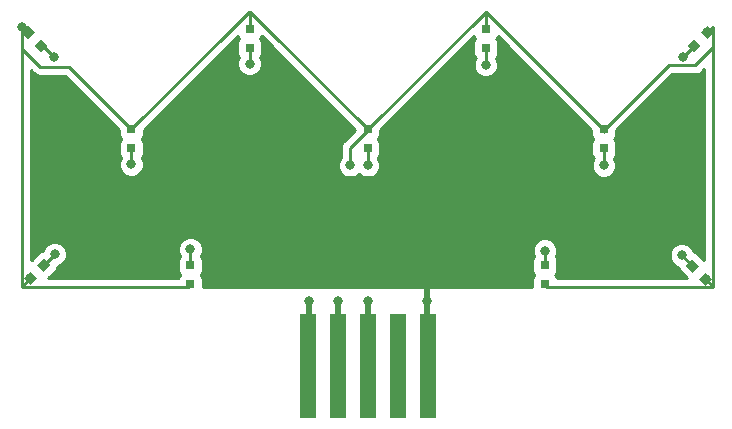
<source format=gtl>
G04 #@! TF.GenerationSoftware,KiCad,Pcbnew,(5.0.2)-1*
G04 #@! TF.CreationDate,2019-11-13T22:38:42+09:00*
G04 #@! TF.ProjectId,Grass,47726173-732e-46b6-9963-61645f706362,rev?*
G04 #@! TF.SameCoordinates,Original*
G04 #@! TF.FileFunction,Copper,L1,Top*
G04 #@! TF.FilePolarity,Positive*
%FSLAX46Y46*%
G04 Gerber Fmt 4.6, Leading zero omitted, Abs format (unit mm)*
G04 Created by KiCad (PCBNEW (5.0.2)-1) date 2019/11/13 22:38:42*
%MOMM*%
%LPD*%
G01*
G04 APERTURE LIST*
G04 #@! TA.AperFunction,SMDPad,CuDef*
%ADD10R,0.800000X0.800000*%
G04 #@! TD*
G04 #@! TA.AperFunction,SMDPad,CuDef*
%ADD11C,0.800000*%
G04 #@! TD*
G04 #@! TA.AperFunction,Conductor*
%ADD12C,0.100000*%
G04 #@! TD*
G04 #@! TA.AperFunction,ConnectorPad*
%ADD13R,1.470000X8.890000*%
G04 #@! TD*
G04 #@! TA.AperFunction,ViaPad*
%ADD14C,0.800000*%
G04 #@! TD*
G04 #@! TA.AperFunction,Conductor*
%ADD15C,0.500000*%
G04 #@! TD*
G04 #@! TA.AperFunction,Conductor*
%ADD16C,0.250000*%
G04 #@! TD*
G04 #@! TA.AperFunction,Conductor*
%ADD17C,0.254000*%
G04 #@! TD*
G04 APERTURE END LIST*
D10*
G04 #@! TO.P,D1,2*
G04 #@! TO.N,Net-(D1-Pad2)*
X115000000Y-147450000D03*
G04 #@! TO.P,D1,1*
G04 #@! TO.N,Net-(D1-Pad1)*
X115000000Y-149050000D03*
G04 #@! TD*
D11*
G04 #@! TO.P,D2,1*
G04 #@! TO.N,Net-(D1-Pad1)*
X101434315Y-148565685D03*
D12*
G04 #@! TD*
G04 #@! TO.N,Net-(D1-Pad1)*
G04 #@! TO.C,D2*
G36*
X101434315Y-149131370D02*
X100868630Y-148565685D01*
X101434315Y-148000000D01*
X102000000Y-148565685D01*
X101434315Y-149131370D01*
X101434315Y-149131370D01*
G37*
D11*
G04 #@! TO.P,D2,2*
G04 #@! TO.N,Net-(D2-Pad2)*
X102565685Y-147434315D03*
D12*
G04 #@! TD*
G04 #@! TO.N,Net-(D2-Pad2)*
G04 #@! TO.C,D2*
G36*
X102565685Y-148000000D02*
X102000000Y-147434315D01*
X102565685Y-146868630D01*
X103131370Y-147434315D01*
X102565685Y-148000000D01*
X102565685Y-148000000D01*
G37*
D11*
G04 #@! TO.P,D3,2*
G04 #@! TO.N,Net-(D3-Pad2)*
X102365685Y-128865685D03*
D12*
G04 #@! TD*
G04 #@! TO.N,Net-(D3-Pad2)*
G04 #@! TO.C,D3*
G36*
X101800000Y-128865685D02*
X102365685Y-128300000D01*
X102931370Y-128865685D01*
X102365685Y-129431370D01*
X101800000Y-128865685D01*
X101800000Y-128865685D01*
G37*
D11*
G04 #@! TO.P,D3,1*
G04 #@! TO.N,Net-(D1-Pad1)*
X101234315Y-127734315D03*
D12*
G04 #@! TD*
G04 #@! TO.N,Net-(D1-Pad1)*
G04 #@! TO.C,D3*
G36*
X100668630Y-127734315D02*
X101234315Y-127168630D01*
X101800000Y-127734315D01*
X101234315Y-128300000D01*
X100668630Y-127734315D01*
X100668630Y-127734315D01*
G37*
D10*
G04 #@! TO.P,D4,1*
G04 #@! TO.N,Net-(D1-Pad1)*
X110000000Y-135950000D03*
G04 #@! TO.P,D4,2*
G04 #@! TO.N,Net-(D4-Pad2)*
X110000000Y-137550000D03*
G04 #@! TD*
G04 #@! TO.P,D5,2*
G04 #@! TO.N,Net-(D5-Pad2)*
X120000000Y-129050000D03*
G04 #@! TO.P,D5,1*
G04 #@! TO.N,Net-(D1-Pad1)*
X120000000Y-127450000D03*
G04 #@! TD*
G04 #@! TO.P,D7,2*
G04 #@! TO.N,Net-(D7-Pad2)*
X140000000Y-129050000D03*
G04 #@! TO.P,D7,1*
G04 #@! TO.N,Net-(D1-Pad1)*
X140000000Y-127450000D03*
G04 #@! TD*
G04 #@! TO.P,D8,1*
G04 #@! TO.N,Net-(D1-Pad1)*
X150000000Y-135950000D03*
G04 #@! TO.P,D8,2*
G04 #@! TO.N,Net-(D8-Pad2)*
X150000000Y-137550000D03*
G04 #@! TD*
D11*
G04 #@! TO.P,D9,1*
G04 #@! TO.N,Net-(D1-Pad1)*
X158765685Y-127734315D03*
D12*
G04 #@! TD*
G04 #@! TO.N,Net-(D1-Pad1)*
G04 #@! TO.C,D9*
G36*
X158765685Y-127168630D02*
X159331370Y-127734315D01*
X158765685Y-128300000D01*
X158200000Y-127734315D01*
X158765685Y-127168630D01*
X158765685Y-127168630D01*
G37*
D11*
G04 #@! TO.P,D9,2*
G04 #@! TO.N,Net-(D9-Pad2)*
X157634315Y-128865685D03*
D12*
G04 #@! TD*
G04 #@! TO.N,Net-(D9-Pad2)*
G04 #@! TO.C,D9*
G36*
X157634315Y-128300000D02*
X158200000Y-128865685D01*
X157634315Y-129431370D01*
X157068630Y-128865685D01*
X157634315Y-128300000D01*
X157634315Y-128300000D01*
G37*
D11*
G04 #@! TO.P,D10,2*
G04 #@! TO.N,Net-(D10-Pad2)*
X157500000Y-147500000D03*
D12*
G04 #@! TD*
G04 #@! TO.N,Net-(D10-Pad2)*
G04 #@! TO.C,D10*
G36*
X158065685Y-147500000D02*
X157500000Y-148065685D01*
X156934315Y-147500000D01*
X157500000Y-146934315D01*
X158065685Y-147500000D01*
X158065685Y-147500000D01*
G37*
D11*
G04 #@! TO.P,D10,1*
G04 #@! TO.N,Net-(D1-Pad1)*
X158631370Y-148631370D03*
D12*
G04 #@! TD*
G04 #@! TO.N,Net-(D1-Pad1)*
G04 #@! TO.C,D10*
G36*
X159197055Y-148631370D02*
X158631370Y-149197055D01*
X158065685Y-148631370D01*
X158631370Y-148065685D01*
X159197055Y-148631370D01*
X159197055Y-148631370D01*
G37*
D10*
G04 #@! TO.P,D11,1*
G04 #@! TO.N,Net-(D1-Pad1)*
X145000000Y-149050000D03*
G04 #@! TO.P,D11,2*
G04 #@! TO.N,Net-(D11-Pad2)*
X145000000Y-147450000D03*
G04 #@! TD*
G04 #@! TO.P,D6,1*
G04 #@! TO.N,Net-(D1-Pad1)*
X130000000Y-135950000D03*
G04 #@! TO.P,D6,2*
G04 #@! TO.N,Net-(D6-Pad2)*
X130000000Y-137550000D03*
G04 #@! TD*
D13*
G04 #@! TO.P,J1,1*
G04 #@! TO.N,+5V*
X124920000Y-156000000D03*
G04 #@! TO.P,J1,2*
G04 #@! TO.N,SDA*
X127460000Y-156000000D03*
G04 #@! TO.P,J1,3*
G04 #@! TO.N,SCL*
X130000000Y-156000000D03*
G04 #@! TO.P,J1,4*
G04 #@! TO.N,Net-(J1-Pad4)*
X132540000Y-156000000D03*
G04 #@! TO.P,J1,5*
G04 #@! TO.N,GND*
X135080000Y-156000000D03*
G04 #@! TD*
D14*
G04 #@! TO.N,+5V*
X125000000Y-150500000D03*
G04 #@! TO.N,GND*
X116400000Y-149000000D03*
X121750000Y-130400000D03*
X138250000Y-130500000D03*
X135000000Y-150500000D03*
G04 #@! TO.N,Net-(D1-Pad1)*
X100750000Y-127250000D03*
X128500000Y-139000000D03*
G04 #@! TO.N,Net-(D1-Pad2)*
X115000000Y-146100000D03*
G04 #@! TO.N,Net-(D2-Pad2)*
X103500000Y-146500000D03*
G04 #@! TO.N,Net-(D3-Pad2)*
X103450000Y-129800000D03*
G04 #@! TO.N,Net-(D4-Pad2)*
X110000000Y-138900000D03*
G04 #@! TO.N,Net-(D5-Pad2)*
X120000000Y-130400000D03*
G04 #@! TO.N,Net-(D6-Pad2)*
X130000000Y-139000000D03*
G04 #@! TO.N,Net-(D7-Pad2)*
X140000000Y-130500000D03*
G04 #@! TO.N,Net-(D8-Pad2)*
X150000000Y-139000000D03*
G04 #@! TO.N,Net-(D9-Pad2)*
X156700000Y-129800000D03*
G04 #@! TO.N,Net-(D10-Pad2)*
X156600000Y-146600000D03*
G04 #@! TO.N,Net-(D11-Pad2)*
X145000000Y-146200000D03*
G04 #@! TO.N,SCL*
X130000000Y-150500000D03*
G04 #@! TO.N,SDA*
X127500000Y-150500000D03*
G04 #@! TD*
D15*
G04 #@! TO.N,+5V*
X125000000Y-155920000D02*
X124920000Y-156000000D01*
X125000000Y-150500000D02*
X125000000Y-155920000D01*
D16*
G04 #@! TO.N,GND*
X127250000Y-140000000D02*
X130500000Y-140000000D01*
X121750000Y-134500000D02*
X127250000Y-140000000D01*
X130500000Y-140000000D02*
X132750000Y-140000000D01*
X132750000Y-140000000D02*
X138250000Y-134500000D01*
X121750000Y-130965685D02*
X121750000Y-134500000D01*
X121750000Y-130400000D02*
X121750000Y-130965685D01*
X138250000Y-134500000D02*
X138250000Y-130500000D01*
X137500000Y-135250000D02*
X137500000Y-147500000D01*
X135000000Y-148500000D02*
X135500000Y-148000000D01*
X135500000Y-148000000D02*
X137000000Y-148000000D01*
X137000000Y-148000000D02*
X137500000Y-147500000D01*
X138250000Y-134500000D02*
X137500000Y-135250000D01*
D15*
X135000000Y-148500000D02*
X135000000Y-149500000D01*
X135000000Y-149500000D02*
X135000000Y-150500000D01*
X135000000Y-155920000D02*
X135080000Y-156000000D01*
X135000000Y-150500000D02*
X135000000Y-155920000D01*
D16*
X116400000Y-148434315D02*
X116400000Y-149000000D01*
X119000000Y-145834315D02*
X116400000Y-148434315D01*
X119000000Y-137250000D02*
X119000000Y-145834315D01*
X121750000Y-134500000D02*
X119000000Y-137250000D01*
G04 #@! TO.N,Net-(D1-Pad1)*
X121500000Y-127450000D02*
X130000000Y-135950000D01*
X157724999Y-130525001D02*
X155674999Y-130525001D01*
X159250000Y-129000000D02*
X157724999Y-130525001D01*
X159250000Y-148012740D02*
X159250000Y-129000000D01*
X100750000Y-128700000D02*
X100750000Y-129100000D01*
X100750000Y-128700000D02*
X100750000Y-128352945D01*
X100750000Y-147881370D02*
X100750000Y-128700000D01*
X100750000Y-129100000D02*
X102300000Y-130650000D01*
X102300000Y-130650000D02*
X104700000Y-130650000D01*
X104700000Y-130650000D02*
X109250000Y-135200000D01*
X109250000Y-135200000D02*
X110000000Y-135950000D01*
X130000000Y-136000000D02*
X130000000Y-135950000D01*
X128500000Y-137500000D02*
X130000000Y-136000000D01*
X118500000Y-127450000D02*
X110000000Y-135950000D01*
X120000000Y-127450000D02*
X120000000Y-126000000D01*
X120050000Y-126000000D02*
X121500000Y-127450000D01*
X120000000Y-126000000D02*
X120050000Y-126000000D01*
X119950000Y-126000000D02*
X118500000Y-127450000D01*
X120000000Y-126000000D02*
X119950000Y-126000000D01*
X140000000Y-126800000D02*
X140000000Y-127450000D01*
X140000000Y-126000000D02*
X140000000Y-126800000D01*
X130000000Y-135950000D02*
X130050000Y-135950000D01*
X130050000Y-135950000D02*
X140000000Y-126000000D01*
X140000000Y-126000000D02*
X150000000Y-136000000D01*
X155674999Y-130525001D02*
X155474999Y-130525001D01*
X155474999Y-130525001D02*
X153500000Y-132500000D01*
X153500000Y-132500000D02*
X150250000Y-135750000D01*
X150000000Y-136000000D02*
X150000000Y-136200000D01*
X150250000Y-135750000D02*
X150000000Y-136000000D01*
X159250000Y-127250000D02*
X158765685Y-127734315D01*
X159250000Y-129000000D02*
X159250000Y-127250000D01*
X100750000Y-128352945D02*
X100750000Y-127250000D01*
X100750000Y-147881370D02*
X100750000Y-149250000D01*
X100750000Y-149250000D02*
X101434315Y-148565685D01*
X159250000Y-149250000D02*
X159250000Y-148012740D01*
X159250000Y-149250000D02*
X158631370Y-148631370D01*
X114800000Y-149250000D02*
X115000000Y-149050000D01*
X100750000Y-149250000D02*
X114800000Y-149250000D01*
X145200000Y-149250000D02*
X145000000Y-149050000D01*
X159250000Y-149250000D02*
X145200000Y-149250000D01*
X101234315Y-127734315D02*
X100750000Y-127250000D01*
X128500000Y-139000000D02*
X128500000Y-137500000D01*
G04 #@! TO.N,Net-(D1-Pad2)*
X115000000Y-147450000D02*
X115000000Y-146100000D01*
G04 #@! TO.N,Net-(D2-Pad2)*
X102565685Y-147434315D02*
X103500000Y-146500000D01*
G04 #@! TO.N,Net-(D3-Pad2)*
X102500000Y-128865685D02*
X102515685Y-128865685D01*
X102515685Y-128865685D02*
X103450000Y-129800000D01*
G04 #@! TO.N,Net-(D4-Pad2)*
X110000000Y-137550000D02*
X110000000Y-138900000D01*
G04 #@! TO.N,Net-(D5-Pad2)*
X120000000Y-129050000D02*
X120000000Y-130400000D01*
G04 #@! TO.N,Net-(D6-Pad2)*
X130000000Y-137550000D02*
X130000000Y-139000000D01*
G04 #@! TO.N,Net-(D7-Pad2)*
X140000000Y-129050000D02*
X140000000Y-130500000D01*
G04 #@! TO.N,Net-(D8-Pad2)*
X150000000Y-139000000D02*
X150000000Y-137550000D01*
G04 #@! TO.N,Net-(D9-Pad2)*
X157634315Y-128865685D02*
X156700000Y-129800000D01*
G04 #@! TO.N,Net-(D10-Pad2)*
X157500000Y-147500000D02*
X156600000Y-146600000D01*
G04 #@! TO.N,Net-(D11-Pad2)*
X145000000Y-147450000D02*
X145000000Y-146200000D01*
D15*
G04 #@! TO.N,SCL*
X130000000Y-150500000D02*
X130000000Y-156000000D01*
G04 #@! TO.N,SDA*
X127500000Y-155960000D02*
X127460000Y-156000000D01*
X127500000Y-150500000D02*
X127500000Y-155960000D01*
G04 #@! TO.N,Net-(J1-Pad4)*
X132500000Y-155960000D02*
X132540000Y-156000000D01*
G04 #@! TD*
D17*
G04 #@! TO.N,GND*
G36*
X121015527Y-128040329D02*
X121015530Y-128040331D01*
X128950198Y-135975000D01*
X128015528Y-136909671D01*
X127952072Y-136952071D01*
X127909672Y-137015527D01*
X127909671Y-137015528D01*
X127784097Y-137203463D01*
X127725112Y-137500000D01*
X127740001Y-137574851D01*
X127740000Y-138296289D01*
X127622569Y-138413720D01*
X127465000Y-138794126D01*
X127465000Y-139205874D01*
X127622569Y-139586280D01*
X127913720Y-139877431D01*
X128294126Y-140035000D01*
X128705874Y-140035000D01*
X129086280Y-139877431D01*
X129250000Y-139713711D01*
X129413720Y-139877431D01*
X129794126Y-140035000D01*
X130205874Y-140035000D01*
X130586280Y-139877431D01*
X130877431Y-139586280D01*
X131035000Y-139205874D01*
X131035000Y-138794126D01*
X130877431Y-138413720D01*
X130863301Y-138399590D01*
X130998157Y-138197765D01*
X131047440Y-137950000D01*
X131047440Y-137150000D01*
X130998157Y-136902235D01*
X130896436Y-136750000D01*
X130998157Y-136597765D01*
X131047440Y-136350000D01*
X131047440Y-136027361D01*
X138997727Y-128077074D01*
X139001843Y-128097765D01*
X139103564Y-128250000D01*
X139001843Y-128402235D01*
X138952560Y-128650000D01*
X138952560Y-129450000D01*
X139001843Y-129697765D01*
X139136699Y-129899590D01*
X139122569Y-129913720D01*
X138965000Y-130294126D01*
X138965000Y-130705874D01*
X139122569Y-131086280D01*
X139413720Y-131377431D01*
X139794126Y-131535000D01*
X140205874Y-131535000D01*
X140586280Y-131377431D01*
X140877431Y-131086280D01*
X141035000Y-130705874D01*
X141035000Y-130294126D01*
X140877431Y-129913720D01*
X140863301Y-129899590D01*
X140998157Y-129697765D01*
X141047440Y-129450000D01*
X141047440Y-128650000D01*
X140998157Y-128402235D01*
X140896436Y-128250000D01*
X140998157Y-128097765D01*
X141002273Y-128077074D01*
X148952560Y-136027362D01*
X148952560Y-136350000D01*
X149001843Y-136597765D01*
X149103564Y-136750000D01*
X149001843Y-136902235D01*
X148952560Y-137150000D01*
X148952560Y-137950000D01*
X149001843Y-138197765D01*
X149136699Y-138399590D01*
X149122569Y-138413720D01*
X148965000Y-138794126D01*
X148965000Y-139205874D01*
X149122569Y-139586280D01*
X149413720Y-139877431D01*
X149794126Y-140035000D01*
X150205874Y-140035000D01*
X150586280Y-139877431D01*
X150877431Y-139586280D01*
X151035000Y-139205874D01*
X151035000Y-138794126D01*
X150877431Y-138413720D01*
X150863301Y-138399590D01*
X150998157Y-138197765D01*
X151047440Y-137950000D01*
X151047440Y-137150000D01*
X150998157Y-136902235D01*
X150896436Y-136750000D01*
X150998157Y-136597765D01*
X151047440Y-136350000D01*
X151047440Y-136027361D01*
X154090329Y-132984473D01*
X154090331Y-132984470D01*
X155789802Y-131285001D01*
X157650152Y-131285001D01*
X157724999Y-131299889D01*
X157799846Y-131285001D01*
X157799851Y-131285001D01*
X158021536Y-131240905D01*
X158272928Y-131072930D01*
X158315330Y-131009471D01*
X158490001Y-130834800D01*
X158490000Y-147008697D01*
X157957809Y-146476506D01*
X157747765Y-146336158D01*
X157598708Y-146306509D01*
X157477431Y-146013720D01*
X157186280Y-145722569D01*
X156805874Y-145565000D01*
X156394126Y-145565000D01*
X156013720Y-145722569D01*
X155722569Y-146013720D01*
X155565000Y-146394126D01*
X155565000Y-146805874D01*
X155722569Y-147186280D01*
X156013720Y-147477431D01*
X156306509Y-147598708D01*
X156336158Y-147747765D01*
X156476506Y-147957809D01*
X157008697Y-148490000D01*
X146015614Y-148490000D01*
X145998157Y-148402235D01*
X145896436Y-148250000D01*
X145998157Y-148097765D01*
X146047440Y-147850000D01*
X146047440Y-147050000D01*
X145998157Y-146802235D01*
X145919551Y-146684593D01*
X146035000Y-146405874D01*
X146035000Y-145994126D01*
X145877431Y-145613720D01*
X145586280Y-145322569D01*
X145205874Y-145165000D01*
X144794126Y-145165000D01*
X144413720Y-145322569D01*
X144122569Y-145613720D01*
X143965000Y-145994126D01*
X143965000Y-146405874D01*
X144080449Y-146684593D01*
X144001843Y-146802235D01*
X143952560Y-147050000D01*
X143952560Y-147850000D01*
X144001843Y-148097765D01*
X144103564Y-148250000D01*
X144001843Y-148402235D01*
X143952560Y-148650000D01*
X143952560Y-149290000D01*
X140059576Y-149290000D01*
X140048601Y-149282667D01*
X140000000Y-149273000D01*
X120000000Y-149273000D01*
X119951399Y-149282667D01*
X119940424Y-149290000D01*
X116047440Y-149290000D01*
X116047440Y-148650000D01*
X115998157Y-148402235D01*
X115896436Y-148250000D01*
X115998157Y-148097765D01*
X116047440Y-147850000D01*
X116047440Y-147050000D01*
X115998157Y-146802235D01*
X115893981Y-146646325D01*
X116035000Y-146305874D01*
X116035000Y-145894126D01*
X115877431Y-145513720D01*
X115586280Y-145222569D01*
X115205874Y-145065000D01*
X114794126Y-145065000D01*
X114413720Y-145222569D01*
X114122569Y-145513720D01*
X113965000Y-145894126D01*
X113965000Y-146305874D01*
X114106019Y-146646325D01*
X114001843Y-146802235D01*
X113952560Y-147050000D01*
X113952560Y-147850000D01*
X114001843Y-148097765D01*
X114103564Y-148250000D01*
X114001843Y-148402235D01*
X113984386Y-148490000D01*
X102975317Y-148490000D01*
X103023494Y-148457809D01*
X103589179Y-147892124D01*
X103729527Y-147682080D01*
X103763533Y-147511117D01*
X104086280Y-147377431D01*
X104377431Y-147086280D01*
X104535000Y-146705874D01*
X104535000Y-146294126D01*
X104377431Y-145913720D01*
X104086280Y-145622569D01*
X103705874Y-145465000D01*
X103294126Y-145465000D01*
X102913720Y-145622569D01*
X102622569Y-145913720D01*
X102488883Y-146236467D01*
X102317920Y-146270473D01*
X102107876Y-146410821D01*
X101542191Y-146976506D01*
X101510000Y-147024683D01*
X101510000Y-130934802D01*
X101709670Y-131134472D01*
X101752071Y-131197929D01*
X102003463Y-131365904D01*
X102225148Y-131410000D01*
X102225152Y-131410000D01*
X102299999Y-131424888D01*
X102374846Y-131410000D01*
X104385199Y-131410000D01*
X108765527Y-135790329D01*
X108765530Y-135790331D01*
X108952560Y-135977361D01*
X108952560Y-136350000D01*
X109001843Y-136597765D01*
X109103564Y-136750000D01*
X109001843Y-136902235D01*
X108952560Y-137150000D01*
X108952560Y-137950000D01*
X109001843Y-138197765D01*
X109106019Y-138353675D01*
X108965000Y-138694126D01*
X108965000Y-139105874D01*
X109122569Y-139486280D01*
X109413720Y-139777431D01*
X109794126Y-139935000D01*
X110205874Y-139935000D01*
X110586280Y-139777431D01*
X110877431Y-139486280D01*
X111035000Y-139105874D01*
X111035000Y-138694126D01*
X110893981Y-138353675D01*
X110998157Y-138197765D01*
X111047440Y-137950000D01*
X111047440Y-137150000D01*
X110998157Y-136902235D01*
X110896436Y-136750000D01*
X110998157Y-136597765D01*
X111047440Y-136350000D01*
X111047440Y-135977361D01*
X118989432Y-128035370D01*
X119001843Y-128097765D01*
X119103564Y-128250000D01*
X119001843Y-128402235D01*
X118952560Y-128650000D01*
X118952560Y-129450000D01*
X119001843Y-129697765D01*
X119106019Y-129853675D01*
X118965000Y-130194126D01*
X118965000Y-130605874D01*
X119122569Y-130986280D01*
X119413720Y-131277431D01*
X119794126Y-131435000D01*
X120205874Y-131435000D01*
X120586280Y-131277431D01*
X120877431Y-130986280D01*
X121035000Y-130605874D01*
X121035000Y-130194126D01*
X120893981Y-129853675D01*
X120998157Y-129697765D01*
X121047440Y-129450000D01*
X121047440Y-128650000D01*
X120998157Y-128402235D01*
X120896436Y-128250000D01*
X120998157Y-128097765D01*
X121010568Y-128035370D01*
X121015527Y-128040329D01*
X121015527Y-128040329D01*
G37*
X121015527Y-128040329D02*
X121015530Y-128040331D01*
X128950198Y-135975000D01*
X128015528Y-136909671D01*
X127952072Y-136952071D01*
X127909672Y-137015527D01*
X127909671Y-137015528D01*
X127784097Y-137203463D01*
X127725112Y-137500000D01*
X127740001Y-137574851D01*
X127740000Y-138296289D01*
X127622569Y-138413720D01*
X127465000Y-138794126D01*
X127465000Y-139205874D01*
X127622569Y-139586280D01*
X127913720Y-139877431D01*
X128294126Y-140035000D01*
X128705874Y-140035000D01*
X129086280Y-139877431D01*
X129250000Y-139713711D01*
X129413720Y-139877431D01*
X129794126Y-140035000D01*
X130205874Y-140035000D01*
X130586280Y-139877431D01*
X130877431Y-139586280D01*
X131035000Y-139205874D01*
X131035000Y-138794126D01*
X130877431Y-138413720D01*
X130863301Y-138399590D01*
X130998157Y-138197765D01*
X131047440Y-137950000D01*
X131047440Y-137150000D01*
X130998157Y-136902235D01*
X130896436Y-136750000D01*
X130998157Y-136597765D01*
X131047440Y-136350000D01*
X131047440Y-136027361D01*
X138997727Y-128077074D01*
X139001843Y-128097765D01*
X139103564Y-128250000D01*
X139001843Y-128402235D01*
X138952560Y-128650000D01*
X138952560Y-129450000D01*
X139001843Y-129697765D01*
X139136699Y-129899590D01*
X139122569Y-129913720D01*
X138965000Y-130294126D01*
X138965000Y-130705874D01*
X139122569Y-131086280D01*
X139413720Y-131377431D01*
X139794126Y-131535000D01*
X140205874Y-131535000D01*
X140586280Y-131377431D01*
X140877431Y-131086280D01*
X141035000Y-130705874D01*
X141035000Y-130294126D01*
X140877431Y-129913720D01*
X140863301Y-129899590D01*
X140998157Y-129697765D01*
X141047440Y-129450000D01*
X141047440Y-128650000D01*
X140998157Y-128402235D01*
X140896436Y-128250000D01*
X140998157Y-128097765D01*
X141002273Y-128077074D01*
X148952560Y-136027362D01*
X148952560Y-136350000D01*
X149001843Y-136597765D01*
X149103564Y-136750000D01*
X149001843Y-136902235D01*
X148952560Y-137150000D01*
X148952560Y-137950000D01*
X149001843Y-138197765D01*
X149136699Y-138399590D01*
X149122569Y-138413720D01*
X148965000Y-138794126D01*
X148965000Y-139205874D01*
X149122569Y-139586280D01*
X149413720Y-139877431D01*
X149794126Y-140035000D01*
X150205874Y-140035000D01*
X150586280Y-139877431D01*
X150877431Y-139586280D01*
X151035000Y-139205874D01*
X151035000Y-138794126D01*
X150877431Y-138413720D01*
X150863301Y-138399590D01*
X150998157Y-138197765D01*
X151047440Y-137950000D01*
X151047440Y-137150000D01*
X150998157Y-136902235D01*
X150896436Y-136750000D01*
X150998157Y-136597765D01*
X151047440Y-136350000D01*
X151047440Y-136027361D01*
X154090329Y-132984473D01*
X154090331Y-132984470D01*
X155789802Y-131285001D01*
X157650152Y-131285001D01*
X157724999Y-131299889D01*
X157799846Y-131285001D01*
X157799851Y-131285001D01*
X158021536Y-131240905D01*
X158272928Y-131072930D01*
X158315330Y-131009471D01*
X158490001Y-130834800D01*
X158490000Y-147008697D01*
X157957809Y-146476506D01*
X157747765Y-146336158D01*
X157598708Y-146306509D01*
X157477431Y-146013720D01*
X157186280Y-145722569D01*
X156805874Y-145565000D01*
X156394126Y-145565000D01*
X156013720Y-145722569D01*
X155722569Y-146013720D01*
X155565000Y-146394126D01*
X155565000Y-146805874D01*
X155722569Y-147186280D01*
X156013720Y-147477431D01*
X156306509Y-147598708D01*
X156336158Y-147747765D01*
X156476506Y-147957809D01*
X157008697Y-148490000D01*
X146015614Y-148490000D01*
X145998157Y-148402235D01*
X145896436Y-148250000D01*
X145998157Y-148097765D01*
X146047440Y-147850000D01*
X146047440Y-147050000D01*
X145998157Y-146802235D01*
X145919551Y-146684593D01*
X146035000Y-146405874D01*
X146035000Y-145994126D01*
X145877431Y-145613720D01*
X145586280Y-145322569D01*
X145205874Y-145165000D01*
X144794126Y-145165000D01*
X144413720Y-145322569D01*
X144122569Y-145613720D01*
X143965000Y-145994126D01*
X143965000Y-146405874D01*
X144080449Y-146684593D01*
X144001843Y-146802235D01*
X143952560Y-147050000D01*
X143952560Y-147850000D01*
X144001843Y-148097765D01*
X144103564Y-148250000D01*
X144001843Y-148402235D01*
X143952560Y-148650000D01*
X143952560Y-149290000D01*
X140059576Y-149290000D01*
X140048601Y-149282667D01*
X140000000Y-149273000D01*
X120000000Y-149273000D01*
X119951399Y-149282667D01*
X119940424Y-149290000D01*
X116047440Y-149290000D01*
X116047440Y-148650000D01*
X115998157Y-148402235D01*
X115896436Y-148250000D01*
X115998157Y-148097765D01*
X116047440Y-147850000D01*
X116047440Y-147050000D01*
X115998157Y-146802235D01*
X115893981Y-146646325D01*
X116035000Y-146305874D01*
X116035000Y-145894126D01*
X115877431Y-145513720D01*
X115586280Y-145222569D01*
X115205874Y-145065000D01*
X114794126Y-145065000D01*
X114413720Y-145222569D01*
X114122569Y-145513720D01*
X113965000Y-145894126D01*
X113965000Y-146305874D01*
X114106019Y-146646325D01*
X114001843Y-146802235D01*
X113952560Y-147050000D01*
X113952560Y-147850000D01*
X114001843Y-148097765D01*
X114103564Y-148250000D01*
X114001843Y-148402235D01*
X113984386Y-148490000D01*
X102975317Y-148490000D01*
X103023494Y-148457809D01*
X103589179Y-147892124D01*
X103729527Y-147682080D01*
X103763533Y-147511117D01*
X104086280Y-147377431D01*
X104377431Y-147086280D01*
X104535000Y-146705874D01*
X104535000Y-146294126D01*
X104377431Y-145913720D01*
X104086280Y-145622569D01*
X103705874Y-145465000D01*
X103294126Y-145465000D01*
X102913720Y-145622569D01*
X102622569Y-145913720D01*
X102488883Y-146236467D01*
X102317920Y-146270473D01*
X102107876Y-146410821D01*
X101542191Y-146976506D01*
X101510000Y-147024683D01*
X101510000Y-130934802D01*
X101709670Y-131134472D01*
X101752071Y-131197929D01*
X102003463Y-131365904D01*
X102225148Y-131410000D01*
X102225152Y-131410000D01*
X102299999Y-131424888D01*
X102374846Y-131410000D01*
X104385199Y-131410000D01*
X108765527Y-135790329D01*
X108765530Y-135790331D01*
X108952560Y-135977361D01*
X108952560Y-136350000D01*
X109001843Y-136597765D01*
X109103564Y-136750000D01*
X109001843Y-136902235D01*
X108952560Y-137150000D01*
X108952560Y-137950000D01*
X109001843Y-138197765D01*
X109106019Y-138353675D01*
X108965000Y-138694126D01*
X108965000Y-139105874D01*
X109122569Y-139486280D01*
X109413720Y-139777431D01*
X109794126Y-139935000D01*
X110205874Y-139935000D01*
X110586280Y-139777431D01*
X110877431Y-139486280D01*
X111035000Y-139105874D01*
X111035000Y-138694126D01*
X110893981Y-138353675D01*
X110998157Y-138197765D01*
X111047440Y-137950000D01*
X111047440Y-137150000D01*
X110998157Y-136902235D01*
X110896436Y-136750000D01*
X110998157Y-136597765D01*
X111047440Y-136350000D01*
X111047440Y-135977361D01*
X118989432Y-128035370D01*
X119001843Y-128097765D01*
X119103564Y-128250000D01*
X119001843Y-128402235D01*
X118952560Y-128650000D01*
X118952560Y-129450000D01*
X119001843Y-129697765D01*
X119106019Y-129853675D01*
X118965000Y-130194126D01*
X118965000Y-130605874D01*
X119122569Y-130986280D01*
X119413720Y-131277431D01*
X119794126Y-131435000D01*
X120205874Y-131435000D01*
X120586280Y-131277431D01*
X120877431Y-130986280D01*
X121035000Y-130605874D01*
X121035000Y-130194126D01*
X120893981Y-129853675D01*
X120998157Y-129697765D01*
X121047440Y-129450000D01*
X121047440Y-128650000D01*
X120998157Y-128402235D01*
X120896436Y-128250000D01*
X120998157Y-128097765D01*
X121010568Y-128035370D01*
X121015527Y-128040329D01*
G04 #@! TD*
M02*

</source>
